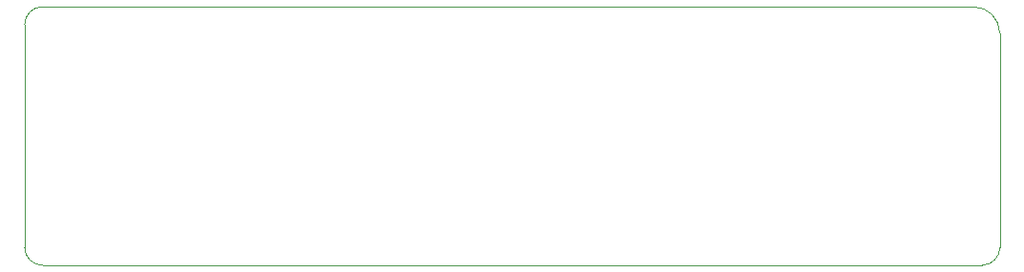
<source format=gbr>
%TF.GenerationSoftware,KiCad,Pcbnew,(5.1.9)-1*%
%TF.CreationDate,2021-08-14T02:32:22-04:00*%
%TF.ProjectId,samd21,73616d64-3231-42e6-9b69-6361645f7063,rev?*%
%TF.SameCoordinates,Original*%
%TF.FileFunction,Profile,NP*%
%FSLAX46Y46*%
G04 Gerber Fmt 4.6, Leading zero omitted, Abs format (unit mm)*
G04 Created by KiCad (PCBNEW (5.1.9)-1) date 2021-08-14 02:32:22*
%MOMM*%
%LPD*%
G01*
G04 APERTURE LIST*
%TA.AperFunction,Profile*%
%ADD10C,0.050000*%
%TD*%
G04 APERTURE END LIST*
D10*
X92868750Y-74612500D02*
X176212500Y-74612500D01*
X91281250Y-53181250D02*
X91281250Y-73025000D01*
X175418750Y-51593750D02*
X92868750Y-51593750D01*
X177800000Y-53975000D02*
X177800000Y-73025000D01*
X92868750Y-74612500D02*
G75*
G02*
X91281250Y-73025000I0J1587500D01*
G01*
X177800000Y-73025000D02*
G75*
G02*
X176212500Y-74612500I-1587500J0D01*
G01*
X175418750Y-51593750D02*
G75*
G02*
X177800000Y-53975000I0J-2381250D01*
G01*
X91281250Y-53181250D02*
G75*
G02*
X92868750Y-51593750I1587500J0D01*
G01*
M02*

</source>
